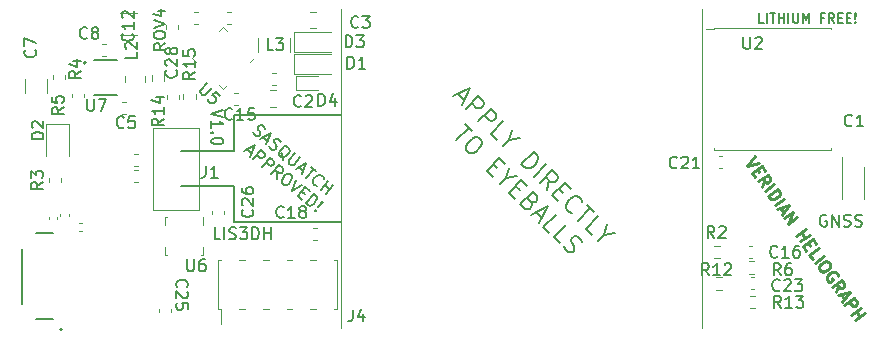
<source format=gbr>
%TF.GenerationSoftware,KiCad,Pcbnew,(5.1.12)-1*%
%TF.CreationDate,2021-12-09T18:01:32-07:00*%
%TF.ProjectId,SolarGPS,536f6c61-7247-4505-932e-6b696361645f,rev?*%
%TF.SameCoordinates,Original*%
%TF.FileFunction,Legend,Top*%
%TF.FilePolarity,Positive*%
%FSLAX46Y46*%
G04 Gerber Fmt 4.6, Leading zero omitted, Abs format (unit mm)*
G04 Created by KiCad (PCBNEW (5.1.12)-1) date 2021-12-09 18:01:32*
%MOMM*%
%LPD*%
G01*
G04 APERTURE LIST*
%ADD10C,0.180000*%
%ADD11C,0.200000*%
%ADD12C,0.120000*%
%ADD13C,0.150000*%
%ADD14C,0.250000*%
%ADD15C,0.127000*%
G04 APERTURE END LIST*
D10*
X118260714Y-67425000D02*
X118165476Y-67377380D01*
X118022619Y-67377380D01*
X117879761Y-67425000D01*
X117784523Y-67520238D01*
X117736904Y-67615476D01*
X117689285Y-67805952D01*
X117689285Y-67948809D01*
X117736904Y-68139285D01*
X117784523Y-68234523D01*
X117879761Y-68329761D01*
X118022619Y-68377380D01*
X118117857Y-68377380D01*
X118260714Y-68329761D01*
X118308333Y-68282142D01*
X118308333Y-67948809D01*
X118117857Y-67948809D01*
X118736904Y-68377380D02*
X118736904Y-67377380D01*
X119308333Y-68377380D01*
X119308333Y-67377380D01*
X119736904Y-68329761D02*
X119879761Y-68377380D01*
X120117857Y-68377380D01*
X120213095Y-68329761D01*
X120260714Y-68282142D01*
X120308333Y-68186904D01*
X120308333Y-68091666D01*
X120260714Y-67996428D01*
X120213095Y-67948809D01*
X120117857Y-67901190D01*
X119927380Y-67853571D01*
X119832142Y-67805952D01*
X119784523Y-67758333D01*
X119736904Y-67663095D01*
X119736904Y-67567857D01*
X119784523Y-67472619D01*
X119832142Y-67425000D01*
X119927380Y-67377380D01*
X120165476Y-67377380D01*
X120308333Y-67425000D01*
X120689285Y-68329761D02*
X120832142Y-68377380D01*
X121070238Y-68377380D01*
X121165476Y-68329761D01*
X121213095Y-68282142D01*
X121260714Y-68186904D01*
X121260714Y-68091666D01*
X121213095Y-67996428D01*
X121165476Y-67948809D01*
X121070238Y-67901190D01*
X120879761Y-67853571D01*
X120784523Y-67805952D01*
X120736904Y-67758333D01*
X120689285Y-67663095D01*
X120689285Y-67567857D01*
X120736904Y-67472619D01*
X120784523Y-67425000D01*
X120879761Y-67377380D01*
X121117857Y-67377380D01*
X121260714Y-67425000D01*
D11*
X87072930Y-57144071D02*
X87578006Y-57649147D01*
X86668869Y-57346102D02*
X88083082Y-56638995D01*
X87375975Y-58053208D01*
X87729529Y-58406762D02*
X88790189Y-57346102D01*
X89194250Y-57750163D01*
X89244758Y-57901685D01*
X89244758Y-58002701D01*
X89194250Y-58154224D01*
X89042727Y-58305746D01*
X88891204Y-58356254D01*
X88790189Y-58356254D01*
X88638666Y-58305746D01*
X88234605Y-57901685D01*
X88790189Y-59467422D02*
X89850849Y-58406762D01*
X90254910Y-58810823D01*
X90305418Y-58962346D01*
X90305418Y-59063361D01*
X90254910Y-59214884D01*
X90103387Y-59366407D01*
X89951864Y-59416914D01*
X89850849Y-59416914D01*
X89699326Y-59366407D01*
X89295265Y-58962346D01*
X90355925Y-61033158D02*
X89850849Y-60528082D01*
X90911509Y-59467422D01*
X91416586Y-61083666D02*
X90911509Y-61588742D01*
X91618616Y-60174529D02*
X91416586Y-61083666D01*
X92325723Y-60881635D01*
X92426738Y-63103971D02*
X93487398Y-62043311D01*
X93739936Y-62295849D01*
X93840952Y-62497880D01*
X93840952Y-62699910D01*
X93790444Y-62851433D01*
X93638921Y-63103971D01*
X93487398Y-63255494D01*
X93234860Y-63407017D01*
X93083337Y-63457524D01*
X92881307Y-63457524D01*
X92679276Y-63356509D01*
X92426738Y-63103971D01*
X93487398Y-64164631D02*
X94548058Y-63103971D01*
X94598566Y-65275799D02*
X94750089Y-64417169D01*
X93992475Y-64669707D02*
X95053135Y-63609047D01*
X95457196Y-64013108D01*
X95507703Y-64164631D01*
X95507703Y-64265646D01*
X95457196Y-64417169D01*
X95305673Y-64568692D01*
X95154150Y-64619200D01*
X95053135Y-64619200D01*
X94901612Y-64568692D01*
X94497551Y-64164631D01*
X95608719Y-65174784D02*
X95962272Y-65528337D01*
X95558211Y-66235444D02*
X95053135Y-65730368D01*
X96113795Y-64669707D01*
X96618871Y-65174784D01*
X96719886Y-67195089D02*
X96618871Y-67195089D01*
X96416841Y-67094074D01*
X96315825Y-66993058D01*
X96214810Y-66791028D01*
X96214810Y-66588997D01*
X96265318Y-66437474D01*
X96416841Y-66184936D01*
X96568364Y-66033413D01*
X96820902Y-65881891D01*
X96972425Y-65831383D01*
X97174455Y-65831383D01*
X97376486Y-65932398D01*
X97477501Y-66033413D01*
X97578516Y-66235444D01*
X97578516Y-66336459D01*
X97982577Y-66538490D02*
X98588669Y-67144581D01*
X97224963Y-67902196D02*
X98285623Y-66841535D01*
X98386638Y-69063871D02*
X97881562Y-68558795D01*
X98942222Y-67498135D01*
X99447298Y-69114379D02*
X98942222Y-69619455D01*
X99649329Y-68205241D02*
X99447298Y-69114379D01*
X100356436Y-68912348D01*
X87689122Y-59709859D02*
X88295214Y-60315950D01*
X86931508Y-61073565D02*
X87992168Y-60012905D01*
X88850798Y-60871534D02*
X89052828Y-61073565D01*
X89103336Y-61225088D01*
X89103336Y-61427118D01*
X88951813Y-61679656D01*
X88598260Y-62033210D01*
X88345721Y-62184733D01*
X88143691Y-62184733D01*
X87992168Y-62134225D01*
X87790138Y-61932194D01*
X87739630Y-61780672D01*
X87739630Y-61578641D01*
X87891153Y-61326103D01*
X88244706Y-60972550D01*
X88497244Y-60821027D01*
X88699275Y-60821027D01*
X88850798Y-60871534D01*
X90062981Y-63093870D02*
X90416534Y-63447423D01*
X90012473Y-64154530D02*
X89507397Y-63649454D01*
X90568057Y-62588794D01*
X91073133Y-63093870D01*
X91174149Y-64306053D02*
X90669072Y-64811129D01*
X91376179Y-63396916D02*
X91174149Y-64306053D01*
X92083286Y-64104022D01*
X91931763Y-64962652D02*
X92285316Y-65316205D01*
X91881255Y-66023312D02*
X91376179Y-65518236D01*
X92436839Y-64457576D01*
X92941916Y-64962652D01*
X93244961Y-66275850D02*
X93345977Y-66477881D01*
X93345977Y-66578896D01*
X93295469Y-66730419D01*
X93143946Y-66881942D01*
X92992423Y-66932450D01*
X92891408Y-66932450D01*
X92739885Y-66881942D01*
X92335824Y-66477881D01*
X93396484Y-65417221D01*
X93750038Y-65770774D01*
X93800545Y-65922297D01*
X93800545Y-66023312D01*
X93750038Y-66174835D01*
X93649022Y-66275850D01*
X93497499Y-66326358D01*
X93396484Y-66326358D01*
X93244961Y-66275850D01*
X92891408Y-65922297D01*
X93649022Y-67184988D02*
X94154099Y-67690064D01*
X93244961Y-67387018D02*
X94659175Y-66679911D01*
X93952068Y-68094125D01*
X94810698Y-68952755D02*
X94305621Y-68447678D01*
X95366282Y-67387018D01*
X95669327Y-69811384D02*
X95164251Y-69306308D01*
X96224911Y-68245648D01*
X96022881Y-70063922D02*
X96123896Y-70265953D01*
X96376434Y-70518491D01*
X96527957Y-70568999D01*
X96628972Y-70568999D01*
X96780495Y-70518491D01*
X96881510Y-70417476D01*
X96932018Y-70265953D01*
X96932018Y-70164938D01*
X96881510Y-70013415D01*
X96729988Y-69760877D01*
X96679480Y-69609354D01*
X96679480Y-69508339D01*
X96729988Y-69356816D01*
X96831003Y-69255800D01*
X96982526Y-69205293D01*
X97083541Y-69205293D01*
X97235064Y-69255800D01*
X97487602Y-69508339D01*
X97588617Y-69710369D01*
D12*
X107700000Y-50000000D02*
X107700000Y-77000000D01*
D13*
X68150000Y-68025000D02*
X77200000Y-68025000D01*
X68150000Y-68025000D02*
X68150000Y-65025000D01*
X68150000Y-58975000D02*
X77200000Y-58975000D01*
X68150000Y-61975000D02*
X68150000Y-58975000D01*
X63650000Y-64975000D02*
X68150000Y-64975000D01*
X63650000Y-61975000D02*
X68150000Y-61975000D01*
X67197619Y-58476190D02*
X66197619Y-58809523D01*
X67197619Y-59142857D01*
X66197619Y-60000000D02*
X66197619Y-59428571D01*
X66197619Y-59714285D02*
X67197619Y-59714285D01*
X67054761Y-59619047D01*
X66959523Y-59523809D01*
X66911904Y-59428571D01*
X66292857Y-60428571D02*
X66245238Y-60476190D01*
X66197619Y-60428571D01*
X66245238Y-60380952D01*
X66292857Y-60428571D01*
X66197619Y-60428571D01*
X67197619Y-61095238D02*
X67197619Y-61190476D01*
X67150000Y-61285714D01*
X67102380Y-61333333D01*
X67007142Y-61380952D01*
X66816666Y-61428571D01*
X66578571Y-61428571D01*
X66388095Y-61380952D01*
X66292857Y-61333333D01*
X66245238Y-61285714D01*
X66197619Y-61190476D01*
X66197619Y-61095238D01*
X66245238Y-61000000D01*
X66292857Y-60952380D01*
X66388095Y-60904761D01*
X66578571Y-60857142D01*
X66816666Y-60857142D01*
X67007142Y-60904761D01*
X67102380Y-60952380D01*
X67150000Y-61000000D01*
X67197619Y-61095238D01*
X69709402Y-60416143D02*
X69788228Y-60544448D01*
X69970619Y-60697493D01*
X70074185Y-60722232D01*
X70141272Y-60716363D01*
X70238968Y-60674015D01*
X70300186Y-60601058D01*
X70324926Y-60497493D01*
X70319056Y-60430406D01*
X70276709Y-60332710D01*
X70161404Y-60173795D01*
X70119057Y-60076099D01*
X70113187Y-60009012D01*
X70137927Y-59905447D01*
X70199145Y-59832490D01*
X70296841Y-59790142D01*
X70363928Y-59784273D01*
X70467494Y-59809012D01*
X70649885Y-59962057D01*
X70728711Y-60090362D01*
X70592013Y-60845930D02*
X70956796Y-61152019D01*
X70335402Y-61003582D02*
X71233538Y-60451800D01*
X70846099Y-61432107D01*
X71095578Y-61579282D02*
X71174404Y-61707587D01*
X71356795Y-61860632D01*
X71460361Y-61885372D01*
X71527448Y-61879502D01*
X71625144Y-61837155D01*
X71686362Y-61764198D01*
X71711101Y-61660632D01*
X71705232Y-61593545D01*
X71662884Y-61495849D01*
X71547580Y-61336935D01*
X71505232Y-61239239D01*
X71499363Y-61172152D01*
X71524103Y-61068586D01*
X71585320Y-60995629D01*
X71683017Y-60953282D01*
X71750104Y-60947412D01*
X71853669Y-60972152D01*
X72036061Y-61125197D01*
X72114887Y-61253502D01*
X72280491Y-62760030D02*
X72238144Y-62662334D01*
X72226405Y-62528159D01*
X72208797Y-62326898D01*
X72166449Y-62229201D01*
X72093493Y-62167983D01*
X71976926Y-62380984D02*
X71934579Y-62283288D01*
X71922840Y-62149113D01*
X72008797Y-61972591D01*
X72223060Y-61717243D01*
X72381974Y-61601939D01*
X72516148Y-61590200D01*
X72619714Y-61614939D01*
X72765627Y-61737375D01*
X72807975Y-61835071D01*
X72819714Y-61969246D01*
X72733756Y-62145768D01*
X72519494Y-62401116D01*
X72360580Y-62516420D01*
X72226405Y-62528159D01*
X72122839Y-62503420D01*
X71976926Y-62380984D01*
X73276323Y-62165900D02*
X72755972Y-62786032D01*
X72731232Y-62889597D01*
X72737101Y-62956684D01*
X72779449Y-63054380D01*
X72925362Y-63176816D01*
X73028928Y-63201556D01*
X73096015Y-63195686D01*
X73193711Y-63153339D01*
X73714063Y-62533208D01*
X73583234Y-63355863D02*
X73948017Y-63661952D01*
X73326624Y-63513514D02*
X74224759Y-62961733D01*
X73837320Y-63942040D01*
X74626021Y-63298431D02*
X75063760Y-63665738D01*
X74202103Y-64248129D02*
X74844891Y-63482084D01*
X75175279Y-64940396D02*
X75108191Y-64946265D01*
X74968147Y-64890917D01*
X74895191Y-64829699D01*
X74816365Y-64701394D01*
X74804626Y-64567219D01*
X74829366Y-64463654D01*
X74915323Y-64287131D01*
X75007150Y-64177696D01*
X75166064Y-64062392D01*
X75263760Y-64020044D01*
X75397935Y-64008306D01*
X75537978Y-64063654D01*
X75610935Y-64124872D01*
X75689761Y-64253177D01*
X75695630Y-64320264D01*
X75442365Y-65288833D02*
X76085153Y-64522788D01*
X75779064Y-64887571D02*
X76216803Y-65254878D01*
X75880105Y-65656140D02*
X76522893Y-64890095D01*
X69239586Y-61865031D02*
X69604369Y-62171121D01*
X68982976Y-62022683D02*
X69881112Y-61470902D01*
X69493672Y-62451209D01*
X69749020Y-62665471D02*
X70391808Y-61899427D01*
X70683635Y-62144298D01*
X70725982Y-62241994D01*
X70731852Y-62309081D01*
X70707112Y-62412647D01*
X70615285Y-62522082D01*
X70517589Y-62564430D01*
X70450502Y-62570299D01*
X70346936Y-62545559D01*
X70055110Y-62300688D01*
X70515065Y-63308259D02*
X71157853Y-62542214D01*
X71449679Y-62787086D01*
X71492027Y-62884782D01*
X71497896Y-62951869D01*
X71473156Y-63055435D01*
X71381330Y-63164870D01*
X71283633Y-63207217D01*
X71216546Y-63213087D01*
X71112981Y-63188347D01*
X70821154Y-62943476D01*
X71718849Y-64318353D02*
X71769590Y-63739308D01*
X71281109Y-63951046D02*
X71923897Y-63185002D01*
X72215723Y-63429873D01*
X72258071Y-63527569D01*
X72263940Y-63594657D01*
X72239201Y-63698222D01*
X72147374Y-63807657D01*
X72049678Y-63850005D01*
X71982591Y-63855874D01*
X71879025Y-63831135D01*
X71587199Y-63586263D01*
X72835855Y-63950225D02*
X72981768Y-64072661D01*
X73024116Y-64170357D01*
X73035854Y-64304532D01*
X72949897Y-64481054D01*
X72735634Y-64736402D01*
X72576720Y-64851706D01*
X72442546Y-64863445D01*
X72338980Y-64838705D01*
X72193067Y-64716270D01*
X72150719Y-64618573D01*
X72138981Y-64484399D01*
X72224938Y-64307877D01*
X72439201Y-64052529D01*
X72598115Y-63937224D01*
X72732289Y-63925486D01*
X72835855Y-63950225D01*
X73383029Y-64409359D02*
X72995590Y-65389666D01*
X73893726Y-64837884D01*
X73842984Y-65416930D02*
X74098332Y-65631192D01*
X73871069Y-66124281D02*
X73506286Y-65818191D01*
X74149074Y-65052147D01*
X74513857Y-65358236D01*
X74199374Y-66399761D02*
X74842161Y-65633717D01*
X75024553Y-65786761D01*
X75103379Y-65915066D01*
X75115118Y-66049241D01*
X75090378Y-66152806D01*
X75004421Y-66329328D01*
X74912594Y-66438763D01*
X74753680Y-66554068D01*
X74655984Y-66596415D01*
X74521809Y-66608154D01*
X74381765Y-66552806D01*
X74199374Y-66399761D01*
X75026636Y-66969592D02*
X75032506Y-67036679D01*
X74965418Y-67042549D01*
X74959549Y-66975461D01*
X75026636Y-66969592D01*
X74965418Y-67042549D01*
X75210290Y-66750722D02*
X75541119Y-66282374D01*
X75608206Y-66276504D01*
X75614075Y-66343591D01*
X75210290Y-66750722D01*
X75608206Y-66276504D01*
X112954761Y-51111904D02*
X112573809Y-51111904D01*
X112573809Y-50311904D01*
X113221428Y-51111904D02*
X113221428Y-50311904D01*
X113488095Y-50311904D02*
X113945238Y-50311904D01*
X113716666Y-51111904D02*
X113716666Y-50311904D01*
X114211904Y-51111904D02*
X114211904Y-50311904D01*
X114211904Y-50692857D02*
X114669047Y-50692857D01*
X114669047Y-51111904D02*
X114669047Y-50311904D01*
X115050000Y-51111904D02*
X115050000Y-50311904D01*
X115430952Y-50311904D02*
X115430952Y-50959523D01*
X115469047Y-51035714D01*
X115507142Y-51073809D01*
X115583333Y-51111904D01*
X115735714Y-51111904D01*
X115811904Y-51073809D01*
X115850000Y-51035714D01*
X115888095Y-50959523D01*
X115888095Y-50311904D01*
X116269047Y-51111904D02*
X116269047Y-50311904D01*
X116535714Y-50883333D01*
X116802380Y-50311904D01*
X116802380Y-51111904D01*
X118059523Y-50692857D02*
X117792857Y-50692857D01*
X117792857Y-51111904D02*
X117792857Y-50311904D01*
X118173809Y-50311904D01*
X118935714Y-51111904D02*
X118669047Y-50730952D01*
X118478571Y-51111904D02*
X118478571Y-50311904D01*
X118783333Y-50311904D01*
X118859523Y-50350000D01*
X118897619Y-50388095D01*
X118935714Y-50464285D01*
X118935714Y-50578571D01*
X118897619Y-50654761D01*
X118859523Y-50692857D01*
X118783333Y-50730952D01*
X118478571Y-50730952D01*
X119278571Y-50692857D02*
X119545238Y-50692857D01*
X119659523Y-51111904D02*
X119278571Y-51111904D01*
X119278571Y-50311904D01*
X119659523Y-50311904D01*
X120002380Y-50692857D02*
X120269047Y-50692857D01*
X120383333Y-51111904D02*
X120002380Y-51111904D01*
X120002380Y-50311904D01*
X120383333Y-50311904D01*
X120726190Y-51035714D02*
X120764285Y-51073809D01*
X120726190Y-51111904D01*
X120688095Y-51073809D01*
X120726190Y-51035714D01*
X120726190Y-51111904D01*
X120726190Y-50807142D02*
X120688095Y-50350000D01*
X120726190Y-50311904D01*
X120764285Y-50350000D01*
X120726190Y-50807142D01*
X120726190Y-50311904D01*
D14*
X112200719Y-62426653D02*
X111572759Y-63273280D01*
X112583103Y-62972754D01*
X112384223Y-63518936D02*
X112575415Y-63791987D01*
X112228275Y-64209454D02*
X111955143Y-63819381D01*
X112774295Y-63245805D01*
X113047427Y-63635877D01*
X112801851Y-65028606D02*
X113000731Y-64482423D01*
X112474093Y-64560519D02*
X113293245Y-63986942D01*
X113511750Y-64299000D01*
X113527370Y-64404328D01*
X113515675Y-64470648D01*
X113464974Y-64564282D01*
X113347952Y-64646221D01*
X113242625Y-64661841D01*
X113176304Y-64650146D01*
X113082671Y-64599445D01*
X112864166Y-64287387D01*
X113047670Y-65379671D02*
X113866822Y-64806094D01*
X113320801Y-65769743D02*
X114139953Y-65196167D01*
X114276519Y-65391203D01*
X114319451Y-65535538D01*
X114296063Y-65668179D01*
X114245362Y-65761812D01*
X114116646Y-65910072D01*
X113999624Y-65992012D01*
X113816282Y-66062257D01*
X113710955Y-66077876D01*
X113578314Y-66054488D01*
X113457367Y-65964779D01*
X113320801Y-65769743D01*
X113894378Y-66588895D02*
X114713530Y-66015319D01*
X114374240Y-66776082D02*
X114647371Y-67166154D01*
X114085570Y-66861946D02*
X115095914Y-66561420D01*
X114467954Y-67408047D01*
X114659146Y-67681098D02*
X115478298Y-67107522D01*
X114986904Y-68149185D01*
X115806056Y-67575609D01*
X115697046Y-69163373D02*
X116516198Y-68589797D01*
X116126126Y-68862928D02*
X116453884Y-69331015D01*
X116024804Y-69631460D02*
X116843956Y-69057884D01*
X116727016Y-69721088D02*
X116918208Y-69994138D01*
X116571068Y-70411605D02*
X116297936Y-70021532D01*
X117117088Y-69447956D01*
X117390220Y-69838028D01*
X117090018Y-71152742D02*
X116816886Y-70762670D01*
X117636038Y-70189094D01*
X117281210Y-71425793D02*
X118100362Y-70852217D01*
X118482746Y-71398318D02*
X118591999Y-71554347D01*
X118607618Y-71659675D01*
X118584230Y-71792315D01*
X118455514Y-71940575D01*
X118182463Y-72131768D01*
X117999121Y-72202013D01*
X117866480Y-72178625D01*
X117772847Y-72127923D01*
X117663594Y-71971894D01*
X117647975Y-71866567D01*
X117671363Y-71733926D01*
X117800079Y-71585666D01*
X118073130Y-71394474D01*
X118256472Y-71324229D01*
X118389113Y-71347617D01*
X118482746Y-71398318D01*
X119235821Y-72556841D02*
X119220202Y-72451514D01*
X119138262Y-72334492D01*
X119017315Y-72244783D01*
X118884675Y-72221395D01*
X118779347Y-72237014D01*
X118596005Y-72307260D01*
X118478983Y-72389199D01*
X118350267Y-72537459D01*
X118299566Y-72631093D01*
X118276178Y-72763733D01*
X118319110Y-72908068D01*
X118373736Y-72986083D01*
X118494683Y-73075791D01*
X118561004Y-73087485D01*
X118834054Y-72896293D01*
X118724802Y-72740264D01*
X119056566Y-73961264D02*
X119255446Y-73415081D01*
X118728808Y-73493177D02*
X119547960Y-72919600D01*
X119766465Y-73231658D01*
X119782084Y-73336986D01*
X119770390Y-73403306D01*
X119719689Y-73496940D01*
X119602667Y-73578879D01*
X119497339Y-73594499D01*
X119431019Y-73582804D01*
X119337385Y-73532103D01*
X119118880Y-73220045D01*
X119509114Y-74109443D02*
X119782246Y-74499515D01*
X119220445Y-74195307D02*
X120230789Y-73894781D01*
X119602829Y-74741409D01*
X119794021Y-75014459D02*
X120613173Y-74440883D01*
X120831678Y-74752941D01*
X120847297Y-74858268D01*
X120835603Y-74924589D01*
X120784902Y-75018222D01*
X120667880Y-75100162D01*
X120562553Y-75115781D01*
X120496232Y-75104087D01*
X120402599Y-75053386D01*
X120184093Y-74741328D01*
X120367597Y-75833611D02*
X121186749Y-75260035D01*
X120796677Y-75533166D02*
X121124435Y-76001253D01*
X120695355Y-76301698D02*
X121514507Y-75728122D01*
D12*
X77200000Y-50000000D02*
X77200000Y-77000000D01*
%TO.C,C21*%
X109134420Y-62415000D02*
X109415580Y-62415000D01*
X109134420Y-63435000D02*
X109415580Y-63435000D01*
%TO.C,C13*%
X53390000Y-67292164D02*
X53390000Y-67507836D01*
X54110000Y-67292164D02*
X54110000Y-67507836D01*
%TO.C,C11*%
X52440000Y-67567164D02*
X52440000Y-67782836D01*
X53160000Y-67567164D02*
X53160000Y-67782836D01*
%TO.C,C10*%
X55207836Y-68040000D02*
X54992164Y-68040000D01*
X55207836Y-68760000D02*
X54992164Y-68760000D01*
%TO.C,AE1*%
X121425000Y-66050000D02*
X121425000Y-63325000D01*
X119575000Y-66050000D02*
X119575000Y-62500000D01*
%TO.C,L3*%
X70140000Y-52397936D02*
X70140000Y-53602064D01*
X72860000Y-52397936D02*
X72860000Y-53602064D01*
D11*
%TO.C,U4*%
X53563000Y-77100000D02*
G75*
G03*
X53563000Y-77100000I-100000J0D01*
G01*
D15*
X51350000Y-76250000D02*
X52800000Y-76250000D01*
X50150000Y-74900000D02*
X50150000Y-70300000D01*
X51350000Y-68950000D02*
X52800000Y-68950000D01*
D12*
%TO.C,D3*%
X73200000Y-51900000D02*
X73200000Y-53600000D01*
X73200000Y-53600000D02*
X76350000Y-53600000D01*
X73200000Y-51900000D02*
X76350000Y-51900000D01*
%TO.C,D1*%
X73200000Y-53750000D02*
X73200000Y-55450000D01*
X73200000Y-55450000D02*
X76350000Y-55450000D01*
X73200000Y-53750000D02*
X76350000Y-53750000D01*
%TO.C,J4*%
X66740000Y-75360000D02*
X66740000Y-71240000D01*
X76860000Y-75360000D02*
X76860000Y-71240000D01*
X67040000Y-76615000D02*
X67040000Y-75360000D01*
X66740000Y-75360000D02*
X67040000Y-75360000D01*
X66740000Y-71240000D02*
X67040000Y-71240000D01*
X76560000Y-75360000D02*
X76860000Y-75360000D01*
X76560000Y-71240000D02*
X76860000Y-71240000D01*
X68560000Y-75360000D02*
X69040000Y-75360000D01*
X68560000Y-71240000D02*
X69040000Y-71240000D01*
X70560000Y-75360000D02*
X71040000Y-75360000D01*
X70560000Y-71240000D02*
X71040000Y-71240000D01*
X72560000Y-75360000D02*
X73040000Y-75360000D01*
X72560000Y-71240000D02*
X73040000Y-71240000D01*
X74560000Y-75360000D02*
X75040000Y-75360000D01*
X74560000Y-71240000D02*
X75040000Y-71240000D01*
%TO.C,U6*%
X65510000Y-68265000D02*
X65510000Y-67590000D01*
X62290000Y-70810000D02*
X62465000Y-70810000D01*
X62290000Y-70135000D02*
X62290000Y-70810000D01*
X62290000Y-67590000D02*
X62465000Y-67590000D01*
X62290000Y-68265000D02*
X62290000Y-67590000D01*
X65510000Y-70810000D02*
X65335000Y-70810000D01*
X65510000Y-70135000D02*
X65510000Y-70810000D01*
%TO.C,C26*%
X66240000Y-67059420D02*
X66240000Y-67340580D01*
X67260000Y-67059420D02*
X67260000Y-67340580D01*
%TO.C,U2*%
X108740000Y-51540000D02*
X118660000Y-51540000D01*
X108740000Y-61860000D02*
X118660000Y-61860000D01*
X118660000Y-61710000D02*
X118660000Y-61860000D01*
X108740000Y-61710000D02*
X108740000Y-61860000D01*
X118660000Y-51540000D02*
X118660000Y-51690000D01*
X108740000Y-51540000D02*
X108740000Y-51690000D01*
X108050000Y-51690000D02*
X108740000Y-51690000D01*
%TO.C,C25*%
X61790000Y-75640580D02*
X61790000Y-75359420D01*
X62810000Y-75640580D02*
X62810000Y-75359420D01*
%TO.C,R6*%
X112162258Y-71327500D02*
X111687742Y-71327500D01*
X112162258Y-72372500D02*
X111687742Y-72372500D01*
%TO.C,R2*%
X109262258Y-70027500D02*
X108787742Y-70027500D01*
X109262258Y-71072500D02*
X108787742Y-71072500D01*
%TO.C,C16*%
X111990580Y-70040000D02*
X111709420Y-70040000D01*
X111990580Y-71060000D02*
X111709420Y-71060000D01*
%TO.C,C2*%
X71661252Y-56815000D02*
X71138748Y-56815000D01*
X71661252Y-58285000D02*
X71138748Y-58285000D01*
%TO.C,D4*%
X73400000Y-55650000D02*
X73400000Y-56850000D01*
X75250000Y-55650000D02*
X73400000Y-55650000D01*
X75250000Y-56850000D02*
X73400000Y-56850000D01*
%TO.C,U5*%
X67535876Y-56394562D02*
X67200000Y-56730437D01*
X67200000Y-56730437D02*
X66864124Y-56394562D01*
X66864124Y-51805438D02*
X67200000Y-51469563D01*
X67200000Y-51469563D02*
X67535876Y-51805438D01*
X64905438Y-53764124D02*
X64569563Y-54100000D01*
X64569563Y-54100000D02*
X64905438Y-54435876D01*
X69494562Y-54435876D02*
X69830437Y-54100000D01*
%TO.C,ROV4*%
X62340000Y-51662779D02*
X62340000Y-51337221D01*
X63360000Y-51662779D02*
X63360000Y-51337221D01*
%TO.C,ROV3*%
X64724721Y-50190000D02*
X65050279Y-50190000D01*
X64724721Y-51210000D02*
X65050279Y-51210000D01*
%TO.C,C19*%
X71675279Y-56410000D02*
X71349721Y-56410000D01*
X71675279Y-55390000D02*
X71349721Y-55390000D01*
%TO.C,C15*%
X68099721Y-57040000D02*
X68425279Y-57040000D01*
X68099721Y-58060000D02*
X68425279Y-58060000D01*
%TO.C,C6*%
X67825279Y-51210000D02*
X67499721Y-51210000D01*
X67825279Y-50190000D02*
X67499721Y-50190000D01*
%TO.C,C3*%
X74553922Y-50190000D02*
X75071078Y-50190000D01*
X74553922Y-51610000D02*
X75071078Y-51610000D01*
%TO.C,C9*%
X59637221Y-63270000D02*
X59962779Y-63270000D01*
X59637221Y-62250000D02*
X59962779Y-62250000D01*
%TO.C,L2*%
X58875000Y-55616422D02*
X58875000Y-56133578D01*
X60575000Y-55616422D02*
X60575000Y-56133578D01*
D11*
%TO.C,U7*%
X55575000Y-54525000D02*
G75*
G03*
X55575000Y-54525000I-100000J0D01*
G01*
D15*
X56225000Y-54275000D02*
X58225000Y-54275000D01*
X56225000Y-57275000D02*
X58225000Y-57275000D01*
D12*
%TO.C,R5*%
X53835000Y-55562221D02*
X53835000Y-55887779D01*
X52815000Y-55562221D02*
X52815000Y-55887779D01*
%TO.C,R4*%
X55385000Y-57124721D02*
X55385000Y-57450279D01*
X54365000Y-57124721D02*
X54365000Y-57450279D01*
%TO.C,C8*%
X56937221Y-52940000D02*
X57262779Y-52940000D01*
X56937221Y-53960000D02*
X57262779Y-53960000D01*
%TO.C,C7*%
X52235000Y-55872936D02*
X52235000Y-57077064D01*
X50415000Y-55872936D02*
X50415000Y-57077064D01*
%TO.C,C5*%
X58937779Y-58885000D02*
X58612221Y-58885000D01*
X58937779Y-57865000D02*
X58612221Y-57865000D01*
%TO.C,C20*%
X59624721Y-64590000D02*
X59950279Y-64590000D01*
X59624721Y-63570000D02*
X59950279Y-63570000D01*
%TO.C,D2*%
X54135000Y-62412500D02*
X54135000Y-59727500D01*
X54135000Y-59727500D02*
X52215000Y-59727500D01*
X52215000Y-59727500D02*
X52215000Y-62412500D01*
%TO.C,R3*%
X52440000Y-64600279D02*
X52440000Y-64274721D01*
X53460000Y-64600279D02*
X53460000Y-64274721D01*
%TO.C,J1*%
X61250000Y-60000000D02*
X65150000Y-60000000D01*
X65150000Y-60000000D02*
X65150000Y-67000000D01*
X61250000Y-67000000D02*
X61250000Y-60000000D01*
X61250000Y-67000000D02*
X65150000Y-67000000D01*
%TO.C,R15*%
X63827500Y-57612258D02*
X63827500Y-57137742D01*
X64872500Y-57612258D02*
X64872500Y-57137742D01*
%TO.C,R14*%
X61127500Y-56037258D02*
X61127500Y-55562742D01*
X62172500Y-56037258D02*
X62172500Y-55562742D01*
%TO.C,R13*%
X112237258Y-75272500D02*
X111762742Y-75272500D01*
X112237258Y-74227500D02*
X111762742Y-74227500D01*
%TO.C,R12*%
X109412258Y-73722500D02*
X108937742Y-73722500D01*
X109412258Y-72677500D02*
X108937742Y-72677500D01*
%TO.C,C28*%
X62440000Y-57565580D02*
X62440000Y-57284420D01*
X63460000Y-57565580D02*
X63460000Y-57284420D01*
%TO.C,C23*%
X112140580Y-73710000D02*
X111859420Y-73710000D01*
X112140580Y-72690000D02*
X111859420Y-72690000D01*
%TO.C,C18*%
X75115580Y-69560000D02*
X74834420Y-69560000D01*
X75115580Y-68540000D02*
X74834420Y-68540000D01*
%TO.C,C12*%
X58463748Y-50340000D02*
X59886252Y-50340000D01*
X58463748Y-52160000D02*
X59886252Y-52160000D01*
%TO.C,C21*%
D13*
X105607142Y-63357142D02*
X105559523Y-63404761D01*
X105416666Y-63452380D01*
X105321428Y-63452380D01*
X105178571Y-63404761D01*
X105083333Y-63309523D01*
X105035714Y-63214285D01*
X104988095Y-63023809D01*
X104988095Y-62880952D01*
X105035714Y-62690476D01*
X105083333Y-62595238D01*
X105178571Y-62500000D01*
X105321428Y-62452380D01*
X105416666Y-62452380D01*
X105559523Y-62500000D01*
X105607142Y-62547619D01*
X105988095Y-62547619D02*
X106035714Y-62500000D01*
X106130952Y-62452380D01*
X106369047Y-62452380D01*
X106464285Y-62500000D01*
X106511904Y-62547619D01*
X106559523Y-62642857D01*
X106559523Y-62738095D01*
X106511904Y-62880952D01*
X105940476Y-63452380D01*
X106559523Y-63452380D01*
X107511904Y-63452380D02*
X106940476Y-63452380D01*
X107226190Y-63452380D02*
X107226190Y-62452380D01*
X107130952Y-62595238D01*
X107035714Y-62690476D01*
X106940476Y-62738095D01*
%TO.C,C1*%
X120433333Y-59807142D02*
X120385714Y-59854761D01*
X120242857Y-59902380D01*
X120147619Y-59902380D01*
X120004761Y-59854761D01*
X119909523Y-59759523D01*
X119861904Y-59664285D01*
X119814285Y-59473809D01*
X119814285Y-59330952D01*
X119861904Y-59140476D01*
X119909523Y-59045238D01*
X120004761Y-58950000D01*
X120147619Y-58902380D01*
X120242857Y-58902380D01*
X120385714Y-58950000D01*
X120433333Y-58997619D01*
X121385714Y-59902380D02*
X120814285Y-59902380D01*
X121100000Y-59902380D02*
X121100000Y-58902380D01*
X121004761Y-59045238D01*
X120909523Y-59140476D01*
X120814285Y-59188095D01*
%TO.C,L3*%
X71433333Y-53452380D02*
X70957142Y-53452380D01*
X70957142Y-52452380D01*
X71671428Y-52452380D02*
X72290476Y-52452380D01*
X71957142Y-52833333D01*
X72100000Y-52833333D01*
X72195238Y-52880952D01*
X72242857Y-52928571D01*
X72290476Y-53023809D01*
X72290476Y-53261904D01*
X72242857Y-53357142D01*
X72195238Y-53404761D01*
X72100000Y-53452380D01*
X71814285Y-53452380D01*
X71719047Y-53404761D01*
X71671428Y-53357142D01*
%TO.C,D3*%
X77561904Y-53202380D02*
X77561904Y-52202380D01*
X77800000Y-52202380D01*
X77942857Y-52250000D01*
X78038095Y-52345238D01*
X78085714Y-52440476D01*
X78133333Y-52630952D01*
X78133333Y-52773809D01*
X78085714Y-52964285D01*
X78038095Y-53059523D01*
X77942857Y-53154761D01*
X77800000Y-53202380D01*
X77561904Y-53202380D01*
X78466666Y-52202380D02*
X79085714Y-52202380D01*
X78752380Y-52583333D01*
X78895238Y-52583333D01*
X78990476Y-52630952D01*
X79038095Y-52678571D01*
X79085714Y-52773809D01*
X79085714Y-53011904D01*
X79038095Y-53107142D01*
X78990476Y-53154761D01*
X78895238Y-53202380D01*
X78609523Y-53202380D01*
X78514285Y-53154761D01*
X78466666Y-53107142D01*
%TO.C,D1*%
X77711904Y-55002380D02*
X77711904Y-54002380D01*
X77950000Y-54002380D01*
X78092857Y-54050000D01*
X78188095Y-54145238D01*
X78235714Y-54240476D01*
X78283333Y-54430952D01*
X78283333Y-54573809D01*
X78235714Y-54764285D01*
X78188095Y-54859523D01*
X78092857Y-54954761D01*
X77950000Y-55002380D01*
X77711904Y-55002380D01*
X79235714Y-55002380D02*
X78664285Y-55002380D01*
X78950000Y-55002380D02*
X78950000Y-54002380D01*
X78854761Y-54145238D01*
X78759523Y-54240476D01*
X78664285Y-54288095D01*
%TO.C,J4*%
X78166666Y-75412380D02*
X78166666Y-76126666D01*
X78119047Y-76269523D01*
X78023809Y-76364761D01*
X77880952Y-76412380D01*
X77785714Y-76412380D01*
X79071428Y-75745714D02*
X79071428Y-76412380D01*
X78833333Y-75364761D02*
X78595238Y-76079047D01*
X79214285Y-76079047D01*
%TO.C,U6*%
X64138095Y-71152380D02*
X64138095Y-71961904D01*
X64185714Y-72057142D01*
X64233333Y-72104761D01*
X64328571Y-72152380D01*
X64519047Y-72152380D01*
X64614285Y-72104761D01*
X64661904Y-72057142D01*
X64709523Y-71961904D01*
X64709523Y-71152380D01*
X65614285Y-71152380D02*
X65423809Y-71152380D01*
X65328571Y-71200000D01*
X65280952Y-71247619D01*
X65185714Y-71390476D01*
X65138095Y-71580952D01*
X65138095Y-71961904D01*
X65185714Y-72057142D01*
X65233333Y-72104761D01*
X65328571Y-72152380D01*
X65519047Y-72152380D01*
X65614285Y-72104761D01*
X65661904Y-72057142D01*
X65709523Y-71961904D01*
X65709523Y-71723809D01*
X65661904Y-71628571D01*
X65614285Y-71580952D01*
X65519047Y-71533333D01*
X65328571Y-71533333D01*
X65233333Y-71580952D01*
X65185714Y-71628571D01*
X65138095Y-71723809D01*
X66945238Y-69452380D02*
X66469047Y-69452380D01*
X66469047Y-68452380D01*
X67278571Y-69452380D02*
X67278571Y-68452380D01*
X67707142Y-69404761D02*
X67850000Y-69452380D01*
X68088095Y-69452380D01*
X68183333Y-69404761D01*
X68230952Y-69357142D01*
X68278571Y-69261904D01*
X68278571Y-69166666D01*
X68230952Y-69071428D01*
X68183333Y-69023809D01*
X68088095Y-68976190D01*
X67897619Y-68928571D01*
X67802380Y-68880952D01*
X67754761Y-68833333D01*
X67707142Y-68738095D01*
X67707142Y-68642857D01*
X67754761Y-68547619D01*
X67802380Y-68500000D01*
X67897619Y-68452380D01*
X68135714Y-68452380D01*
X68278571Y-68500000D01*
X68611904Y-68452380D02*
X69230952Y-68452380D01*
X68897619Y-68833333D01*
X69040476Y-68833333D01*
X69135714Y-68880952D01*
X69183333Y-68928571D01*
X69230952Y-69023809D01*
X69230952Y-69261904D01*
X69183333Y-69357142D01*
X69135714Y-69404761D01*
X69040476Y-69452380D01*
X68754761Y-69452380D01*
X68659523Y-69404761D01*
X68611904Y-69357142D01*
X69659523Y-69452380D02*
X69659523Y-68452380D01*
X69897619Y-68452380D01*
X70040476Y-68500000D01*
X70135714Y-68595238D01*
X70183333Y-68690476D01*
X70230952Y-68880952D01*
X70230952Y-69023809D01*
X70183333Y-69214285D01*
X70135714Y-69309523D01*
X70040476Y-69404761D01*
X69897619Y-69452380D01*
X69659523Y-69452380D01*
X70659523Y-69452380D02*
X70659523Y-68452380D01*
X70659523Y-68928571D02*
X71230952Y-68928571D01*
X71230952Y-69452380D02*
X71230952Y-68452380D01*
%TO.C,C26*%
X69657142Y-66942857D02*
X69704761Y-66990476D01*
X69752380Y-67133333D01*
X69752380Y-67228571D01*
X69704761Y-67371428D01*
X69609523Y-67466666D01*
X69514285Y-67514285D01*
X69323809Y-67561904D01*
X69180952Y-67561904D01*
X68990476Y-67514285D01*
X68895238Y-67466666D01*
X68800000Y-67371428D01*
X68752380Y-67228571D01*
X68752380Y-67133333D01*
X68800000Y-66990476D01*
X68847619Y-66942857D01*
X68847619Y-66561904D02*
X68800000Y-66514285D01*
X68752380Y-66419047D01*
X68752380Y-66180952D01*
X68800000Y-66085714D01*
X68847619Y-66038095D01*
X68942857Y-65990476D01*
X69038095Y-65990476D01*
X69180952Y-66038095D01*
X69752380Y-66609523D01*
X69752380Y-65990476D01*
X68752380Y-65133333D02*
X68752380Y-65323809D01*
X68800000Y-65419047D01*
X68847619Y-65466666D01*
X68990476Y-65561904D01*
X69180952Y-65609523D01*
X69561904Y-65609523D01*
X69657142Y-65561904D01*
X69704761Y-65514285D01*
X69752380Y-65419047D01*
X69752380Y-65228571D01*
X69704761Y-65133333D01*
X69657142Y-65085714D01*
X69561904Y-65038095D01*
X69323809Y-65038095D01*
X69228571Y-65085714D01*
X69180952Y-65133333D01*
X69133333Y-65228571D01*
X69133333Y-65419047D01*
X69180952Y-65514285D01*
X69228571Y-65561904D01*
X69323809Y-65609523D01*
%TO.C,U2*%
X111238095Y-52352380D02*
X111238095Y-53161904D01*
X111285714Y-53257142D01*
X111333333Y-53304761D01*
X111428571Y-53352380D01*
X111619047Y-53352380D01*
X111714285Y-53304761D01*
X111761904Y-53257142D01*
X111809523Y-53161904D01*
X111809523Y-52352380D01*
X112238095Y-52447619D02*
X112285714Y-52400000D01*
X112380952Y-52352380D01*
X112619047Y-52352380D01*
X112714285Y-52400000D01*
X112761904Y-52447619D01*
X112809523Y-52542857D01*
X112809523Y-52638095D01*
X112761904Y-52780952D01*
X112190476Y-53352380D01*
X112809523Y-53352380D01*
%TO.C,C25*%
X63292857Y-73507142D02*
X63245238Y-73459523D01*
X63197619Y-73316666D01*
X63197619Y-73221428D01*
X63245238Y-73078571D01*
X63340476Y-72983333D01*
X63435714Y-72935714D01*
X63626190Y-72888095D01*
X63769047Y-72888095D01*
X63959523Y-72935714D01*
X64054761Y-72983333D01*
X64150000Y-73078571D01*
X64197619Y-73221428D01*
X64197619Y-73316666D01*
X64150000Y-73459523D01*
X64102380Y-73507142D01*
X64102380Y-73888095D02*
X64150000Y-73935714D01*
X64197619Y-74030952D01*
X64197619Y-74269047D01*
X64150000Y-74364285D01*
X64102380Y-74411904D01*
X64007142Y-74459523D01*
X63911904Y-74459523D01*
X63769047Y-74411904D01*
X63197619Y-73840476D01*
X63197619Y-74459523D01*
X64197619Y-75364285D02*
X64197619Y-74888095D01*
X63721428Y-74840476D01*
X63769047Y-74888095D01*
X63816666Y-74983333D01*
X63816666Y-75221428D01*
X63769047Y-75316666D01*
X63721428Y-75364285D01*
X63626190Y-75411904D01*
X63388095Y-75411904D01*
X63292857Y-75364285D01*
X63245238Y-75316666D01*
X63197619Y-75221428D01*
X63197619Y-74983333D01*
X63245238Y-74888095D01*
X63292857Y-74840476D01*
%TO.C,R6*%
X114383333Y-72502380D02*
X114050000Y-72026190D01*
X113811904Y-72502380D02*
X113811904Y-71502380D01*
X114192857Y-71502380D01*
X114288095Y-71550000D01*
X114335714Y-71597619D01*
X114383333Y-71692857D01*
X114383333Y-71835714D01*
X114335714Y-71930952D01*
X114288095Y-71978571D01*
X114192857Y-72026190D01*
X113811904Y-72026190D01*
X115240476Y-71502380D02*
X115050000Y-71502380D01*
X114954761Y-71550000D01*
X114907142Y-71597619D01*
X114811904Y-71740476D01*
X114764285Y-71930952D01*
X114764285Y-72311904D01*
X114811904Y-72407142D01*
X114859523Y-72454761D01*
X114954761Y-72502380D01*
X115145238Y-72502380D01*
X115240476Y-72454761D01*
X115288095Y-72407142D01*
X115335714Y-72311904D01*
X115335714Y-72073809D01*
X115288095Y-71978571D01*
X115240476Y-71930952D01*
X115145238Y-71883333D01*
X114954761Y-71883333D01*
X114859523Y-71930952D01*
X114811904Y-71978571D01*
X114764285Y-72073809D01*
%TO.C,R2*%
X108783333Y-69352380D02*
X108450000Y-68876190D01*
X108211904Y-69352380D02*
X108211904Y-68352380D01*
X108592857Y-68352380D01*
X108688095Y-68400000D01*
X108735714Y-68447619D01*
X108783333Y-68542857D01*
X108783333Y-68685714D01*
X108735714Y-68780952D01*
X108688095Y-68828571D01*
X108592857Y-68876190D01*
X108211904Y-68876190D01*
X109164285Y-68447619D02*
X109211904Y-68400000D01*
X109307142Y-68352380D01*
X109545238Y-68352380D01*
X109640476Y-68400000D01*
X109688095Y-68447619D01*
X109735714Y-68542857D01*
X109735714Y-68638095D01*
X109688095Y-68780952D01*
X109116666Y-69352380D01*
X109735714Y-69352380D01*
%TO.C,C16*%
X114107142Y-70907142D02*
X114059523Y-70954761D01*
X113916666Y-71002380D01*
X113821428Y-71002380D01*
X113678571Y-70954761D01*
X113583333Y-70859523D01*
X113535714Y-70764285D01*
X113488095Y-70573809D01*
X113488095Y-70430952D01*
X113535714Y-70240476D01*
X113583333Y-70145238D01*
X113678571Y-70050000D01*
X113821428Y-70002380D01*
X113916666Y-70002380D01*
X114059523Y-70050000D01*
X114107142Y-70097619D01*
X115059523Y-71002380D02*
X114488095Y-71002380D01*
X114773809Y-71002380D02*
X114773809Y-70002380D01*
X114678571Y-70145238D01*
X114583333Y-70240476D01*
X114488095Y-70288095D01*
X115916666Y-70002380D02*
X115726190Y-70002380D01*
X115630952Y-70050000D01*
X115583333Y-70097619D01*
X115488095Y-70240476D01*
X115440476Y-70430952D01*
X115440476Y-70811904D01*
X115488095Y-70907142D01*
X115535714Y-70954761D01*
X115630952Y-71002380D01*
X115821428Y-71002380D01*
X115916666Y-70954761D01*
X115964285Y-70907142D01*
X116011904Y-70811904D01*
X116011904Y-70573809D01*
X115964285Y-70478571D01*
X115916666Y-70430952D01*
X115821428Y-70383333D01*
X115630952Y-70383333D01*
X115535714Y-70430952D01*
X115488095Y-70478571D01*
X115440476Y-70573809D01*
%TO.C,C2*%
X73783333Y-58157142D02*
X73735714Y-58204761D01*
X73592857Y-58252380D01*
X73497619Y-58252380D01*
X73354761Y-58204761D01*
X73259523Y-58109523D01*
X73211904Y-58014285D01*
X73164285Y-57823809D01*
X73164285Y-57680952D01*
X73211904Y-57490476D01*
X73259523Y-57395238D01*
X73354761Y-57300000D01*
X73497619Y-57252380D01*
X73592857Y-57252380D01*
X73735714Y-57300000D01*
X73783333Y-57347619D01*
X74164285Y-57347619D02*
X74211904Y-57300000D01*
X74307142Y-57252380D01*
X74545238Y-57252380D01*
X74640476Y-57300000D01*
X74688095Y-57347619D01*
X74735714Y-57442857D01*
X74735714Y-57538095D01*
X74688095Y-57680952D01*
X74116666Y-58252380D01*
X74735714Y-58252380D01*
%TO.C,D4*%
X75261904Y-58152380D02*
X75261904Y-57152380D01*
X75500000Y-57152380D01*
X75642857Y-57200000D01*
X75738095Y-57295238D01*
X75785714Y-57390476D01*
X75833333Y-57580952D01*
X75833333Y-57723809D01*
X75785714Y-57914285D01*
X75738095Y-58009523D01*
X75642857Y-58104761D01*
X75500000Y-58152380D01*
X75261904Y-58152380D01*
X76690476Y-57485714D02*
X76690476Y-58152380D01*
X76452380Y-57104761D02*
X76214285Y-57819047D01*
X76833333Y-57819047D01*
%TO.C,U5*%
X65848477Y-56224026D02*
X65276057Y-56796446D01*
X65242385Y-56897461D01*
X65242385Y-56964805D01*
X65276057Y-57065820D01*
X65410744Y-57200507D01*
X65511759Y-57234179D01*
X65579103Y-57234179D01*
X65680118Y-57200507D01*
X66252538Y-56628087D01*
X66925973Y-57301522D02*
X66589255Y-56964805D01*
X66218866Y-57267851D01*
X66286209Y-57267851D01*
X66387225Y-57301522D01*
X66555583Y-57469881D01*
X66589255Y-57570896D01*
X66589255Y-57638240D01*
X66555583Y-57739255D01*
X66387225Y-57907614D01*
X66286209Y-57941286D01*
X66218866Y-57941286D01*
X66117851Y-57907614D01*
X65949492Y-57739255D01*
X65915820Y-57638240D01*
X65915820Y-57570896D01*
%TO.C,ROV4*%
X62302380Y-52869047D02*
X61826190Y-53202380D01*
X62302380Y-53440476D02*
X61302380Y-53440476D01*
X61302380Y-53059523D01*
X61350000Y-52964285D01*
X61397619Y-52916666D01*
X61492857Y-52869047D01*
X61635714Y-52869047D01*
X61730952Y-52916666D01*
X61778571Y-52964285D01*
X61826190Y-53059523D01*
X61826190Y-53440476D01*
X61302380Y-52250000D02*
X61302380Y-52059523D01*
X61350000Y-51964285D01*
X61445238Y-51869047D01*
X61635714Y-51821428D01*
X61969047Y-51821428D01*
X62159523Y-51869047D01*
X62254761Y-51964285D01*
X62302380Y-52059523D01*
X62302380Y-52250000D01*
X62254761Y-52345238D01*
X62159523Y-52440476D01*
X61969047Y-52488095D01*
X61635714Y-52488095D01*
X61445238Y-52440476D01*
X61350000Y-52345238D01*
X61302380Y-52250000D01*
X61302380Y-51535714D02*
X62302380Y-51202380D01*
X61302380Y-50869047D01*
X61635714Y-50107142D02*
X62302380Y-50107142D01*
X61254761Y-50345238D02*
X61969047Y-50583333D01*
X61969047Y-49964285D01*
%TO.C,C15*%
X67957142Y-59257142D02*
X67909523Y-59304761D01*
X67766666Y-59352380D01*
X67671428Y-59352380D01*
X67528571Y-59304761D01*
X67433333Y-59209523D01*
X67385714Y-59114285D01*
X67338095Y-58923809D01*
X67338095Y-58780952D01*
X67385714Y-58590476D01*
X67433333Y-58495238D01*
X67528571Y-58400000D01*
X67671428Y-58352380D01*
X67766666Y-58352380D01*
X67909523Y-58400000D01*
X67957142Y-58447619D01*
X68909523Y-59352380D02*
X68338095Y-59352380D01*
X68623809Y-59352380D02*
X68623809Y-58352380D01*
X68528571Y-58495238D01*
X68433333Y-58590476D01*
X68338095Y-58638095D01*
X69814285Y-58352380D02*
X69338095Y-58352380D01*
X69290476Y-58828571D01*
X69338095Y-58780952D01*
X69433333Y-58733333D01*
X69671428Y-58733333D01*
X69766666Y-58780952D01*
X69814285Y-58828571D01*
X69861904Y-58923809D01*
X69861904Y-59161904D01*
X69814285Y-59257142D01*
X69766666Y-59304761D01*
X69671428Y-59352380D01*
X69433333Y-59352380D01*
X69338095Y-59304761D01*
X69290476Y-59257142D01*
%TO.C,C3*%
X78633333Y-51457142D02*
X78585714Y-51504761D01*
X78442857Y-51552380D01*
X78347619Y-51552380D01*
X78204761Y-51504761D01*
X78109523Y-51409523D01*
X78061904Y-51314285D01*
X78014285Y-51123809D01*
X78014285Y-50980952D01*
X78061904Y-50790476D01*
X78109523Y-50695238D01*
X78204761Y-50600000D01*
X78347619Y-50552380D01*
X78442857Y-50552380D01*
X78585714Y-50600000D01*
X78633333Y-50647619D01*
X78966666Y-50552380D02*
X79585714Y-50552380D01*
X79252380Y-50933333D01*
X79395238Y-50933333D01*
X79490476Y-50980952D01*
X79538095Y-51028571D01*
X79585714Y-51123809D01*
X79585714Y-51361904D01*
X79538095Y-51457142D01*
X79490476Y-51504761D01*
X79395238Y-51552380D01*
X79109523Y-51552380D01*
X79014285Y-51504761D01*
X78966666Y-51457142D01*
%TO.C,L2*%
X59902380Y-53616666D02*
X59902380Y-54092857D01*
X58902380Y-54092857D01*
X58997619Y-53330952D02*
X58950000Y-53283333D01*
X58902380Y-53188095D01*
X58902380Y-52950000D01*
X58950000Y-52854761D01*
X58997619Y-52807142D01*
X59092857Y-52759523D01*
X59188095Y-52759523D01*
X59330952Y-52807142D01*
X59902380Y-53378571D01*
X59902380Y-52759523D01*
%TO.C,U7*%
X55688095Y-57602380D02*
X55688095Y-58411904D01*
X55735714Y-58507142D01*
X55783333Y-58554761D01*
X55878571Y-58602380D01*
X56069047Y-58602380D01*
X56164285Y-58554761D01*
X56211904Y-58507142D01*
X56259523Y-58411904D01*
X56259523Y-57602380D01*
X56640476Y-57602380D02*
X57307142Y-57602380D01*
X56878571Y-58602380D01*
%TO.C,R5*%
X53677380Y-58291666D02*
X53201190Y-58625000D01*
X53677380Y-58863095D02*
X52677380Y-58863095D01*
X52677380Y-58482142D01*
X52725000Y-58386904D01*
X52772619Y-58339285D01*
X52867857Y-58291666D01*
X53010714Y-58291666D01*
X53105952Y-58339285D01*
X53153571Y-58386904D01*
X53201190Y-58482142D01*
X53201190Y-58863095D01*
X52677380Y-57386904D02*
X52677380Y-57863095D01*
X53153571Y-57910714D01*
X53105952Y-57863095D01*
X53058333Y-57767857D01*
X53058333Y-57529761D01*
X53105952Y-57434523D01*
X53153571Y-57386904D01*
X53248809Y-57339285D01*
X53486904Y-57339285D01*
X53582142Y-57386904D01*
X53629761Y-57434523D01*
X53677380Y-57529761D01*
X53677380Y-57767857D01*
X53629761Y-57863095D01*
X53582142Y-57910714D01*
%TO.C,R4*%
X55152380Y-55216666D02*
X54676190Y-55550000D01*
X55152380Y-55788095D02*
X54152380Y-55788095D01*
X54152380Y-55407142D01*
X54200000Y-55311904D01*
X54247619Y-55264285D01*
X54342857Y-55216666D01*
X54485714Y-55216666D01*
X54580952Y-55264285D01*
X54628571Y-55311904D01*
X54676190Y-55407142D01*
X54676190Y-55788095D01*
X54485714Y-54359523D02*
X55152380Y-54359523D01*
X54104761Y-54597619D02*
X54819047Y-54835714D01*
X54819047Y-54216666D01*
%TO.C,C8*%
X55683333Y-52407142D02*
X55635714Y-52454761D01*
X55492857Y-52502380D01*
X55397619Y-52502380D01*
X55254761Y-52454761D01*
X55159523Y-52359523D01*
X55111904Y-52264285D01*
X55064285Y-52073809D01*
X55064285Y-51930952D01*
X55111904Y-51740476D01*
X55159523Y-51645238D01*
X55254761Y-51550000D01*
X55397619Y-51502380D01*
X55492857Y-51502380D01*
X55635714Y-51550000D01*
X55683333Y-51597619D01*
X56254761Y-51930952D02*
X56159523Y-51883333D01*
X56111904Y-51835714D01*
X56064285Y-51740476D01*
X56064285Y-51692857D01*
X56111904Y-51597619D01*
X56159523Y-51550000D01*
X56254761Y-51502380D01*
X56445238Y-51502380D01*
X56540476Y-51550000D01*
X56588095Y-51597619D01*
X56635714Y-51692857D01*
X56635714Y-51740476D01*
X56588095Y-51835714D01*
X56540476Y-51883333D01*
X56445238Y-51930952D01*
X56254761Y-51930952D01*
X56159523Y-51978571D01*
X56111904Y-52026190D01*
X56064285Y-52121428D01*
X56064285Y-52311904D01*
X56111904Y-52407142D01*
X56159523Y-52454761D01*
X56254761Y-52502380D01*
X56445238Y-52502380D01*
X56540476Y-52454761D01*
X56588095Y-52407142D01*
X56635714Y-52311904D01*
X56635714Y-52121428D01*
X56588095Y-52026190D01*
X56540476Y-51978571D01*
X56445238Y-51930952D01*
%TO.C,C7*%
X51257142Y-53441666D02*
X51304761Y-53489285D01*
X51352380Y-53632142D01*
X51352380Y-53727380D01*
X51304761Y-53870238D01*
X51209523Y-53965476D01*
X51114285Y-54013095D01*
X50923809Y-54060714D01*
X50780952Y-54060714D01*
X50590476Y-54013095D01*
X50495238Y-53965476D01*
X50400000Y-53870238D01*
X50352380Y-53727380D01*
X50352380Y-53632142D01*
X50400000Y-53489285D01*
X50447619Y-53441666D01*
X50352380Y-53108333D02*
X50352380Y-52441666D01*
X51352380Y-52870238D01*
%TO.C,C5*%
X58783333Y-59957142D02*
X58735714Y-60004761D01*
X58592857Y-60052380D01*
X58497619Y-60052380D01*
X58354761Y-60004761D01*
X58259523Y-59909523D01*
X58211904Y-59814285D01*
X58164285Y-59623809D01*
X58164285Y-59480952D01*
X58211904Y-59290476D01*
X58259523Y-59195238D01*
X58354761Y-59100000D01*
X58497619Y-59052380D01*
X58592857Y-59052380D01*
X58735714Y-59100000D01*
X58783333Y-59147619D01*
X59688095Y-59052380D02*
X59211904Y-59052380D01*
X59164285Y-59528571D01*
X59211904Y-59480952D01*
X59307142Y-59433333D01*
X59545238Y-59433333D01*
X59640476Y-59480952D01*
X59688095Y-59528571D01*
X59735714Y-59623809D01*
X59735714Y-59861904D01*
X59688095Y-59957142D01*
X59640476Y-60004761D01*
X59545238Y-60052380D01*
X59307142Y-60052380D01*
X59211904Y-60004761D01*
X59164285Y-59957142D01*
%TO.C,D2*%
X51977380Y-60963095D02*
X50977380Y-60963095D01*
X50977380Y-60725000D01*
X51025000Y-60582142D01*
X51120238Y-60486904D01*
X51215476Y-60439285D01*
X51405952Y-60391666D01*
X51548809Y-60391666D01*
X51739285Y-60439285D01*
X51834523Y-60486904D01*
X51929761Y-60582142D01*
X51977380Y-60725000D01*
X51977380Y-60963095D01*
X51072619Y-60010714D02*
X51025000Y-59963095D01*
X50977380Y-59867857D01*
X50977380Y-59629761D01*
X51025000Y-59534523D01*
X51072619Y-59486904D01*
X51167857Y-59439285D01*
X51263095Y-59439285D01*
X51405952Y-59486904D01*
X51977380Y-60058333D01*
X51977380Y-59439285D01*
%TO.C,R3*%
X51927380Y-64616666D02*
X51451190Y-64950000D01*
X51927380Y-65188095D02*
X50927380Y-65188095D01*
X50927380Y-64807142D01*
X50975000Y-64711904D01*
X51022619Y-64664285D01*
X51117857Y-64616666D01*
X51260714Y-64616666D01*
X51355952Y-64664285D01*
X51403571Y-64711904D01*
X51451190Y-64807142D01*
X51451190Y-65188095D01*
X50927380Y-64283333D02*
X50927380Y-63664285D01*
X51308333Y-63997619D01*
X51308333Y-63854761D01*
X51355952Y-63759523D01*
X51403571Y-63711904D01*
X51498809Y-63664285D01*
X51736904Y-63664285D01*
X51832142Y-63711904D01*
X51879761Y-63759523D01*
X51927380Y-63854761D01*
X51927380Y-64140476D01*
X51879761Y-64235714D01*
X51832142Y-64283333D01*
%TO.C,J1*%
X65716666Y-63252380D02*
X65716666Y-63966666D01*
X65669047Y-64109523D01*
X65573809Y-64204761D01*
X65430952Y-64252380D01*
X65335714Y-64252380D01*
X66716666Y-64252380D02*
X66145238Y-64252380D01*
X66430952Y-64252380D02*
X66430952Y-63252380D01*
X66335714Y-63395238D01*
X66240476Y-63490476D01*
X66145238Y-63538095D01*
%TO.C,R15*%
X64802380Y-55292857D02*
X64326190Y-55626190D01*
X64802380Y-55864285D02*
X63802380Y-55864285D01*
X63802380Y-55483333D01*
X63850000Y-55388095D01*
X63897619Y-55340476D01*
X63992857Y-55292857D01*
X64135714Y-55292857D01*
X64230952Y-55340476D01*
X64278571Y-55388095D01*
X64326190Y-55483333D01*
X64326190Y-55864285D01*
X64802380Y-54340476D02*
X64802380Y-54911904D01*
X64802380Y-54626190D02*
X63802380Y-54626190D01*
X63945238Y-54721428D01*
X64040476Y-54816666D01*
X64088095Y-54911904D01*
X63802380Y-53435714D02*
X63802380Y-53911904D01*
X64278571Y-53959523D01*
X64230952Y-53911904D01*
X64183333Y-53816666D01*
X64183333Y-53578571D01*
X64230952Y-53483333D01*
X64278571Y-53435714D01*
X64373809Y-53388095D01*
X64611904Y-53388095D01*
X64707142Y-53435714D01*
X64754761Y-53483333D01*
X64802380Y-53578571D01*
X64802380Y-53816666D01*
X64754761Y-53911904D01*
X64707142Y-53959523D01*
%TO.C,R14*%
X62152380Y-59242857D02*
X61676190Y-59576190D01*
X62152380Y-59814285D02*
X61152380Y-59814285D01*
X61152380Y-59433333D01*
X61200000Y-59338095D01*
X61247619Y-59290476D01*
X61342857Y-59242857D01*
X61485714Y-59242857D01*
X61580952Y-59290476D01*
X61628571Y-59338095D01*
X61676190Y-59433333D01*
X61676190Y-59814285D01*
X62152380Y-58290476D02*
X62152380Y-58861904D01*
X62152380Y-58576190D02*
X61152380Y-58576190D01*
X61295238Y-58671428D01*
X61390476Y-58766666D01*
X61438095Y-58861904D01*
X61485714Y-57433333D02*
X62152380Y-57433333D01*
X61104761Y-57671428D02*
X61819047Y-57909523D01*
X61819047Y-57290476D01*
%TO.C,R13*%
X114407142Y-75252380D02*
X114073809Y-74776190D01*
X113835714Y-75252380D02*
X113835714Y-74252380D01*
X114216666Y-74252380D01*
X114311904Y-74300000D01*
X114359523Y-74347619D01*
X114407142Y-74442857D01*
X114407142Y-74585714D01*
X114359523Y-74680952D01*
X114311904Y-74728571D01*
X114216666Y-74776190D01*
X113835714Y-74776190D01*
X115359523Y-75252380D02*
X114788095Y-75252380D01*
X115073809Y-75252380D02*
X115073809Y-74252380D01*
X114978571Y-74395238D01*
X114883333Y-74490476D01*
X114788095Y-74538095D01*
X115692857Y-74252380D02*
X116311904Y-74252380D01*
X115978571Y-74633333D01*
X116121428Y-74633333D01*
X116216666Y-74680952D01*
X116264285Y-74728571D01*
X116311904Y-74823809D01*
X116311904Y-75061904D01*
X116264285Y-75157142D01*
X116216666Y-75204761D01*
X116121428Y-75252380D01*
X115835714Y-75252380D01*
X115740476Y-75204761D01*
X115692857Y-75157142D01*
%TO.C,R12*%
X108307142Y-72502380D02*
X107973809Y-72026190D01*
X107735714Y-72502380D02*
X107735714Y-71502380D01*
X108116666Y-71502380D01*
X108211904Y-71550000D01*
X108259523Y-71597619D01*
X108307142Y-71692857D01*
X108307142Y-71835714D01*
X108259523Y-71930952D01*
X108211904Y-71978571D01*
X108116666Y-72026190D01*
X107735714Y-72026190D01*
X109259523Y-72502380D02*
X108688095Y-72502380D01*
X108973809Y-72502380D02*
X108973809Y-71502380D01*
X108878571Y-71645238D01*
X108783333Y-71740476D01*
X108688095Y-71788095D01*
X109640476Y-71597619D02*
X109688095Y-71550000D01*
X109783333Y-71502380D01*
X110021428Y-71502380D01*
X110116666Y-71550000D01*
X110164285Y-71597619D01*
X110211904Y-71692857D01*
X110211904Y-71788095D01*
X110164285Y-71930952D01*
X109592857Y-72502380D01*
X110211904Y-72502380D01*
%TO.C,C28*%
X63207142Y-55142857D02*
X63254761Y-55190476D01*
X63302380Y-55333333D01*
X63302380Y-55428571D01*
X63254761Y-55571428D01*
X63159523Y-55666666D01*
X63064285Y-55714285D01*
X62873809Y-55761904D01*
X62730952Y-55761904D01*
X62540476Y-55714285D01*
X62445238Y-55666666D01*
X62350000Y-55571428D01*
X62302380Y-55428571D01*
X62302380Y-55333333D01*
X62350000Y-55190476D01*
X62397619Y-55142857D01*
X62397619Y-54761904D02*
X62350000Y-54714285D01*
X62302380Y-54619047D01*
X62302380Y-54380952D01*
X62350000Y-54285714D01*
X62397619Y-54238095D01*
X62492857Y-54190476D01*
X62588095Y-54190476D01*
X62730952Y-54238095D01*
X63302380Y-54809523D01*
X63302380Y-54190476D01*
X62730952Y-53619047D02*
X62683333Y-53714285D01*
X62635714Y-53761904D01*
X62540476Y-53809523D01*
X62492857Y-53809523D01*
X62397619Y-53761904D01*
X62350000Y-53714285D01*
X62302380Y-53619047D01*
X62302380Y-53428571D01*
X62350000Y-53333333D01*
X62397619Y-53285714D01*
X62492857Y-53238095D01*
X62540476Y-53238095D01*
X62635714Y-53285714D01*
X62683333Y-53333333D01*
X62730952Y-53428571D01*
X62730952Y-53619047D01*
X62778571Y-53714285D01*
X62826190Y-53761904D01*
X62921428Y-53809523D01*
X63111904Y-53809523D01*
X63207142Y-53761904D01*
X63254761Y-53714285D01*
X63302380Y-53619047D01*
X63302380Y-53428571D01*
X63254761Y-53333333D01*
X63207142Y-53285714D01*
X63111904Y-53238095D01*
X62921428Y-53238095D01*
X62826190Y-53285714D01*
X62778571Y-53333333D01*
X62730952Y-53428571D01*
%TO.C,C23*%
X114307142Y-73757142D02*
X114259523Y-73804761D01*
X114116666Y-73852380D01*
X114021428Y-73852380D01*
X113878571Y-73804761D01*
X113783333Y-73709523D01*
X113735714Y-73614285D01*
X113688095Y-73423809D01*
X113688095Y-73280952D01*
X113735714Y-73090476D01*
X113783333Y-72995238D01*
X113878571Y-72900000D01*
X114021428Y-72852380D01*
X114116666Y-72852380D01*
X114259523Y-72900000D01*
X114307142Y-72947619D01*
X114688095Y-72947619D02*
X114735714Y-72900000D01*
X114830952Y-72852380D01*
X115069047Y-72852380D01*
X115164285Y-72900000D01*
X115211904Y-72947619D01*
X115259523Y-73042857D01*
X115259523Y-73138095D01*
X115211904Y-73280952D01*
X114640476Y-73852380D01*
X115259523Y-73852380D01*
X115592857Y-72852380D02*
X116211904Y-72852380D01*
X115878571Y-73233333D01*
X116021428Y-73233333D01*
X116116666Y-73280952D01*
X116164285Y-73328571D01*
X116211904Y-73423809D01*
X116211904Y-73661904D01*
X116164285Y-73757142D01*
X116116666Y-73804761D01*
X116021428Y-73852380D01*
X115735714Y-73852380D01*
X115640476Y-73804761D01*
X115592857Y-73757142D01*
%TO.C,C18*%
X72307142Y-67557142D02*
X72259523Y-67604761D01*
X72116666Y-67652380D01*
X72021428Y-67652380D01*
X71878571Y-67604761D01*
X71783333Y-67509523D01*
X71735714Y-67414285D01*
X71688095Y-67223809D01*
X71688095Y-67080952D01*
X71735714Y-66890476D01*
X71783333Y-66795238D01*
X71878571Y-66700000D01*
X72021428Y-66652380D01*
X72116666Y-66652380D01*
X72259523Y-66700000D01*
X72307142Y-66747619D01*
X73259523Y-67652380D02*
X72688095Y-67652380D01*
X72973809Y-67652380D02*
X72973809Y-66652380D01*
X72878571Y-66795238D01*
X72783333Y-66890476D01*
X72688095Y-66938095D01*
X73830952Y-67080952D02*
X73735714Y-67033333D01*
X73688095Y-66985714D01*
X73640476Y-66890476D01*
X73640476Y-66842857D01*
X73688095Y-66747619D01*
X73735714Y-66700000D01*
X73830952Y-66652380D01*
X74021428Y-66652380D01*
X74116666Y-66700000D01*
X74164285Y-66747619D01*
X74211904Y-66842857D01*
X74211904Y-66890476D01*
X74164285Y-66985714D01*
X74116666Y-67033333D01*
X74021428Y-67080952D01*
X73830952Y-67080952D01*
X73735714Y-67128571D01*
X73688095Y-67176190D01*
X73640476Y-67271428D01*
X73640476Y-67461904D01*
X73688095Y-67557142D01*
X73735714Y-67604761D01*
X73830952Y-67652380D01*
X74021428Y-67652380D01*
X74116666Y-67604761D01*
X74164285Y-67557142D01*
X74211904Y-67461904D01*
X74211904Y-67271428D01*
X74164285Y-67176190D01*
X74116666Y-67128571D01*
X74021428Y-67080952D01*
%TO.C,C12*%
X59507142Y-52042857D02*
X59554761Y-52090476D01*
X59602380Y-52233333D01*
X59602380Y-52328571D01*
X59554761Y-52471428D01*
X59459523Y-52566666D01*
X59364285Y-52614285D01*
X59173809Y-52661904D01*
X59030952Y-52661904D01*
X58840476Y-52614285D01*
X58745238Y-52566666D01*
X58650000Y-52471428D01*
X58602380Y-52328571D01*
X58602380Y-52233333D01*
X58650000Y-52090476D01*
X58697619Y-52042857D01*
X59602380Y-51090476D02*
X59602380Y-51661904D01*
X59602380Y-51376190D02*
X58602380Y-51376190D01*
X58745238Y-51471428D01*
X58840476Y-51566666D01*
X58888095Y-51661904D01*
X58697619Y-50709523D02*
X58650000Y-50661904D01*
X58602380Y-50566666D01*
X58602380Y-50328571D01*
X58650000Y-50233333D01*
X58697619Y-50185714D01*
X58792857Y-50138095D01*
X58888095Y-50138095D01*
X59030952Y-50185714D01*
X59602380Y-50757142D01*
X59602380Y-50138095D01*
%TD*%
M02*

</source>
